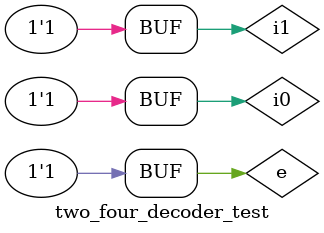
<source format=v>
`timescale 1ns / 1ps


module two_four_decoder_test;

	// Inputs
	reg i0;
	reg i1;
	reg e;

	// Outputs
	wire y0;
	wire y1;
	wire y2;
	wire y3;

	// Instantiate the Unit Under Test (UUT)
	two_four_decoder uut (
		.y0(y0), 
		.y1(y1), 
		.y2(y2), 
		.y3(y3), 
		.i0(i0), 
		.i1(i1), 
		.e(e)
	);

	initial begin
		// Initialize Inputs
		i0 = 0;
		i1 = 0;
		e = 0;

		// Wait 20 ns for global reset to finish
		#20;
        
		// Add stimulus here
		repeat(7)
		begin
		#20;
		e = e^(i1&i0);
		i0 = i0^(i1);
		i1 = i1^1;
		end
		// Add stimulus here
		#20;
	end
      
endmodule


</source>
